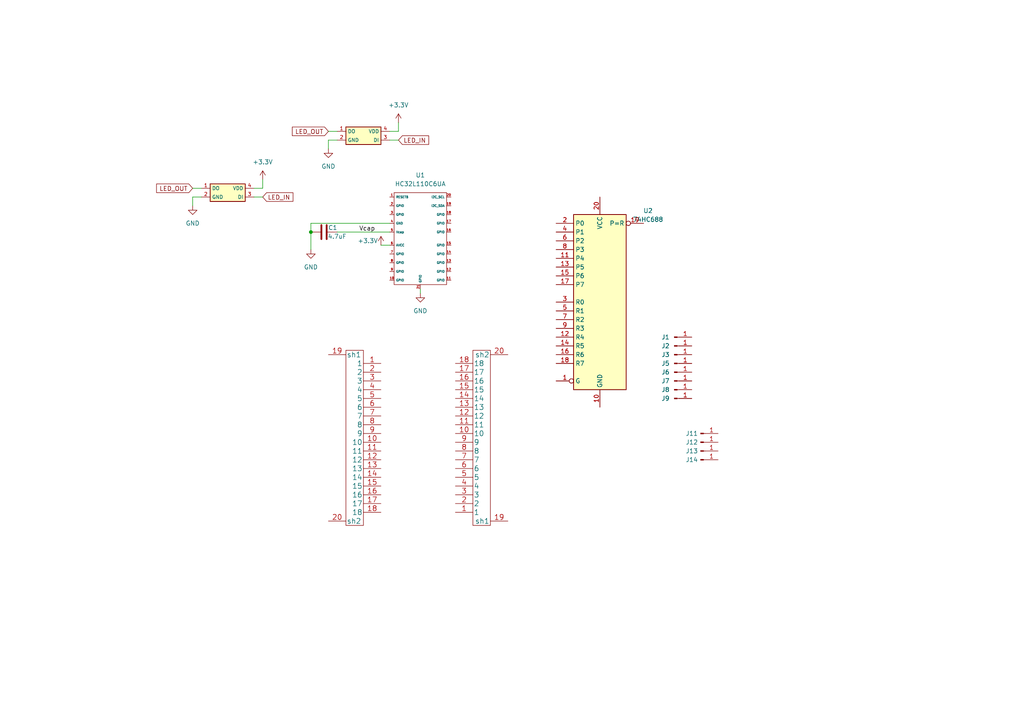
<source format=kicad_sch>
(kicad_sch (version 20230121) (generator eeschema)
  (paper "A4")
  (lib_symbols
    (symbol "74xx:74HC688"
      (property "Reference" "U" (at -7.62 26.67 0))
      (property "Value" "74HC688" (at -7.62 -26.67 0))
      (symbol "74HC688_1_0"
        (pin input inverted (at -12.7 -22.86 0) (length 5.08) (name "G") (number "1"))
        (pin power_in line (at 0 -30.48 90) (length 5.08) (name "GND") (number "10"))
        (pin input line (at -12.7 12.7 0) (length 5.08) (name "P4") (number "11"))
        (pin input line (at -12.7 -10.16 0) (length 5.08) (name "R4") (number "12"))
        (pin input line (at -12.7 10.16 0) (length 5.08) (name "P5") (number "13"))
        (pin input line (at -12.7 -12.7 0) (length 5.08) (name "R5") (number "14"))
        (pin input line (at -12.7 7.62 0) (length 5.08) (name "P6") (number "15"))
        (pin input line (at -12.7 -15.24 0) (length 5.08) (name "R6") (number "16"))
        (pin input line (at -12.7 5.08 0) (length 5.08) (name "P7") (number "17"))
        (pin input line (at -12.7 -17.78 0) (length 5.08) (name "R7") (number "18"))
        (pin output inverted (at 12.7 22.86 180) (length 5.08) (name "P=R") (number "19"))
        (pin input line (at -12.7 22.86 0) (length 5.08) (name "P0") (number "2"))
        (pin power_in line (at 0 30.48 270) (length 5.08) (name "VCC") (number "20"))
        (pin input line (at -12.7 0 0) (length 5.08) (name "R0") (number "3"))
        (pin input line (at -12.7 20.32 0) (length 5.08) (name "P1") (number "4"))
        (pin input line (at -12.7 -2.54 0) (length 5.08) (name "R1") (number "5"))
        (pin input line (at -12.7 17.78 0) (length 5.08) (name "P2") (number "6"))
        (pin input line (at -12.7 -5.08 0) (length 5.08) (name "R2") (number "7"))
        (pin input line (at -12.7 15.24 0) (length 5.08) (name "P3") (number "8"))
        (pin input line (at -12.7 -7.62 0) (length 5.08) (name "R3") (number "9"))
      )
      (symbol "74HC688_1_1"
        (rectangle (start -7.62 25.4) (end 7.62 -25.4) (stroke (width 0.254)) (fill (type background)))
      )
    )
    (symbol "Connector:Conn_01x01_Pin" (pin_names (offset 1.016) hide)
      (property "Reference" "J" (at 0 2.54 0))
      (property "Value" "Conn_01x01_Pin" (at 0 -2.54 0))
      (symbol "Conn_01x01_Pin_1_1"
        (polyline (pts (xy 1.27 0) (xy 0.8636 0)) (stroke (width 0.1524)))
        (rectangle (start 0.8636 0.127) (end 0 -0.127) (stroke (width 0.1524)) (fill (type outline)))
        (pin passive line (at 5.08 0 180) (length 3.81) (name "Pin_1") (number "1"))
      )
    )
    (symbol "Device:C" (pin_numbers hide) (pin_names (offset 0.254))
      (property "Reference" "C" (at 0.635 2.54 0))
      (property "Value" "C" (at 0.635 -2.54 0))
      (symbol "C_0_1"
        (polyline (pts (xy -2.032 -0.762) (xy 2.032 -0.762)) (stroke (width 0.508)))
        (polyline (pts (xy -2.032 0.762) (xy 2.032 0.762)) (stroke (width 0.508)))
      )
      (symbol "C_1_1"
        (pin passive line (at 0 3.81 270) (length 2.794) (name "~") (number "1"))
        (pin passive line (at 0 -3.81 90) (length 2.794) (name "~") (number "2"))
      )
    )
    (symbol "XF2J-1824-12A:XF2J-1824-12A" (pin_names (offset 0.254))
      (property "Reference" "J" (at 11.43 -24.13 0))
      (property "Value" "XF2J-1824-12A" (at 20.32 -26.67 0))
      (symbol "XF2J-1824-12A_0_1"
        (rectangle (start 5.08 3.81) (end 10.16 -46.99))
      )
      (symbol "XF2J-1824-12A_1_1"
        (pin unspecified line (at 0 0 0) (length 5.08) (name "1") (number "1"))
        (pin unspecified line (at 0 -22.86 0) (length 5.08) (name "10") (number "10"))
        (pin unspecified line (at 0 -25.4 0) (length 5.08) (name "11") (number "11"))
        (pin unspecified line (at 0 -27.94 0) (length 5.08) (name "12") (number "12"))
        (pin unspecified line (at 0 -30.48 0) (length 5.08) (name "13") (number "13"))
        (pin unspecified line (at 0 -33.02 0) (length 5.08) (name "14") (number "14"))
        (pin unspecified line (at 0 -35.56 0) (length 5.08) (name "15") (number "15"))
        (pin unspecified line (at 0 -38.1 0) (length 5.08) (name "16") (number "16"))
        (pin unspecified line (at 0 -40.64 0) (length 5.08) (name "17") (number "17"))
        (pin unspecified line (at 0 -43.18 0) (length 5.08) (name "18") (number "18"))
        (pin unspecified line (at 15.24 2.54 180) (length 5.08) (name "sh1") (number "19"))
        (pin unspecified line (at 0 -2.54 0) (length 5.08) (name "2") (number "2"))
        (pin unspecified line (at 15.24 -45.72 180) (length 5.08) (name "sh2") (number "20"))
        (pin unspecified line (at 0 -5.08 0) (length 5.08) (name "3") (number "3"))
        (pin unspecified line (at 0 -7.62 0) (length 5.08) (name "4") (number "4"))
        (pin unspecified line (at 0 -10.16 0) (length 5.08) (name "5") (number "5"))
        (pin unspecified line (at 0 -12.7 0) (length 5.08) (name "6") (number "6"))
        (pin unspecified line (at 0 -15.24 0) (length 5.08) (name "7") (number "7"))
        (pin unspecified line (at 0 -17.78 0) (length 5.08) (name "8") (number "8"))
        (pin unspecified line (at 0 -20.32 0) (length 5.08) (name "9") (number "9"))
      )
    )
    (symbol "XHSC:HC32L110C6UA"
      (property "Reference" "U" (at 0 3.81 0))
      (property "Value" "HC32L110C6UA" (at 0 1.27 0))
      (symbol "HC32L110C6UA_0_1"
        (rectangle (start 0 0) (end 15.24 -26.67))
      )
      (symbol "HC32L110C6UA_1_1"
        (pin input line (at -1.27 -1.27 0) (length 1.27) (name "P00") (number "1") (alternate "GPIO" input line) (alternate "RESETB" input line))
        (pin input line (at -1.27 -25.4 0) (length 1.27) (name "P23") (number "10") (alternate "GPIO" input line))
        (pin input line (at 16.51 -25.4 180) (length 1.27) (name "P24") (number "11") (alternate "GPIO" input line))
        (pin input line (at 16.51 -22.86 180) (length 1.27) (name "P25") (number "12") (alternate "GPIO" input line) (alternate "I2C_SDA" input line))
        (pin input line (at 16.51 -20.32 180) (length 1.27) (name "P26") (number "13") (alternate "GPIO" input line) (alternate "I2C_SCL" input line))
        (pin input line (at 16.51 -17.78 180) (length 1.27) (name "P27") (number "14") (alternate "GPIO" input line))
        (pin input line (at 16.51 -15.24 180) (length 1.27) (name "P31") (number "15") (alternate "GPIO" input line))
        (pin input line (at 16.51 -11.43 180) (length 1.27) (name "P32") (number "16") (alternate "GPIO" input line))
        (pin input line (at 16.51 -8.89 180) (length 1.27) (name "P33") (number "17") (alternate "GPIO" input line))
        (pin input line (at 16.51 -6.35 180) (length 1.27) (name "P34") (number "18") (alternate "GPIO" input line))
        (pin input line (at 16.51 -3.81 180) (length 1.27) (name "P35") (number "19") (alternate "GPIO" input line) (alternate "I2C_SDA" input line))
        (pin input line (at -1.27 -3.81 0) (length 1.27) (name "P01") (number "2") (alternate "GPIO" input line) (alternate "I2C_SDA" input line))
        (pin input line (at 16.51 -1.27 180) (length 1.27) (name "P36") (number "20") (alternate "GPIO" input line) (alternate "I2C_SCL" input line))
        (pin input line (at 7.62 -27.94 90) (length 1.27) (name "EPAD") (number "21") (alternate "GPIO" input line) (alternate "RESETB" input line))
        (pin input line (at -1.27 -6.35 0) (length 1.27) (name "P02") (number "3") (alternate "GPIO" input line) (alternate "I2C_SCL" input line))
        (pin power_in line (at -1.27 -8.89 0) (length 1.27) (name "AVSS") (number "4") (alternate "GND" power_in line))
        (pin input line (at -1.27 -11.43 0) (length 1.27) (name "Vcap") (number "5"))
        (pin power_in line (at -1.27 -15.24 0) (length 1.27) (name "AVCC") (number "6"))
        (pin input line (at -1.27 -17.78 0) (length 1.27) (name "P03") (number "7") (alternate "GPIO" input line))
        (pin input line (at -1.27 -20.32 0) (length 1.27) (name "P15") (number "8") (alternate "GPIO" input line) (alternate "I2C_SDA" input line))
        (pin input line (at -1.27 -22.86 0) (length 1.27) (name "P14") (number "9") (alternate "GPIO" input line) (alternate "I2C_SCL" input line))
      )
    )
    (symbol "custom:WS2812-2020"
      (property "Reference" "U" (at 2.54 2.54 0))
      (property "Value" "WS2812-2020" (at 7.62 -5.08 0))
      (symbol "WS2812-2020_0_0"
        (rectangle (start 2.54 1.27) (end 12.7 -3.81) (stroke (width 0.254)) (fill (type background)))
      )
      (symbol "WS2812-2020_1_1"
        (pin input line (at 0 0 0) (length 2.54) (name "DO") (number "1"))
        (pin power_in line (at 0 -2.54 0) (length 2.54) (name "GND") (number "2"))
        (pin output line (at 15.24 -2.54 180) (length 2.54) (name "DI") (number "3"))
        (pin power_in line (at 15.24 0 180) (length 2.54) (name "VDD") (number "4"))
      )
    )
    (symbol "power:+3.3V" (power) (pin_names (offset 0))
      (property "Value" "+3.3V" (at 0 3.556 0))
      (symbol "+3.3V_0_1"
        (polyline (pts (xy -0.762 1.27) (xy 0 2.54)))
        (polyline (pts (xy 0 0) (xy 0 2.54)))
        (polyline (pts (xy 0 2.54) (xy 0.762 1.27)))
      )
      (symbol "+3.3V_1_1"
        (pin power_in line (at 0 0 90) (length 0) hide (name "+3.3V") (number "1"))
      )
    )
    (symbol "power:GND" (power) (pin_names (offset 0))
      (property "Value" "GND" (at 0 -3.81 0))
      (symbol "GND_0_1"
        (polyline (pts (xy 0 0) (xy 0 -1.27) (xy 1.27 -1.27) (xy 0 -2.54) (xy -1.27 -1.27) (xy 0 -1.27)))
      )
      (symbol "GND_1_1"
        (pin power_in line (at 0 0 270) (length 0) hide (name "GND") (number "1"))
      )
    )
  )
  (junction (at 90.17 67.31))
  (wire (pts (xy 121.92 85.09) (xy 121.92 83.82)))
  (wire (pts (xy 113.03 38.1) (xy 115.57 38.1)))
  (wire (pts (xy 115.57 40.64) (xy 113.03 40.64)))
  (wire (pts (xy 95.25 38.1) (xy 97.79 38.1)))
  (wire (pts (xy 76.2 54.61) (xy 76.2 52.07)))
  (wire (pts (xy 97.79 67.31) (xy 113.03 67.31)))
  (wire (pts (xy 76.2 57.15) (xy 73.66 57.15)))
  (wire (pts (xy 110.49 71.12) (xy 113.03 71.12)))
  (wire (pts (xy 95.25 40.64) (xy 95.25 43.18)))
  (wire (pts (xy 73.66 54.61) (xy 76.2 54.61)))
  (wire (pts (xy 58.42 57.15) (xy 55.88 57.15)))
  (wire (pts (xy 113.03 64.77) (xy 90.17 64.77)))
  (wire (pts (xy 90.17 64.77) (xy 90.17 67.31)))
  (wire (pts (xy 55.88 57.15) (xy 55.88 59.69)))
  (wire (pts (xy 115.57 38.1) (xy 115.57 35.56)))
  (wire (pts (xy 55.88 54.61) (xy 58.42 54.61)))
  (wire (pts (xy 97.79 40.64) (xy 95.25 40.64)))
  (wire (pts (xy 90.17 67.31) (xy 90.17 72.39)))
  (label "Vcap" (at 104.14 67.31 0))
  (global_label "LED_OUT" (shape input) (at 55.88 54.61 180) (property "Intersheetrefs" "${INTERSHEET_REFS}" (effects hide)))
  (global_label "LED_IN" (shape input) (at 115.57 40.64 0) (property "Intersheetrefs" "${INTERSHEET_REFS}" (effects hide)))
  (global_label "LED_IN" (shape input) (at 76.2 57.15 0) (property "Intersheetrefs" "${INTERSHEET_REFS}" (effects hide)))
  (global_label "LED_OUT" (shape input) (at 95.25 38.1 180) (property "Intersheetrefs" "${INTERSHEET_REFS}" (effects hide)))
  (symbol (lib_id "Connector:Conn_01x01_Pin") (at 203.2 130.81 0) (unit 1)
    (property "Reference" "J13" (at 200.66 130.81 0))
    (property "Value" "Conn_01x01_Pin" (effects hide))
    (property "Footprint" "Connector_PinHeader_1.27mm:PinHeader_1x01_P1.27mm_Vertical" (effects hide))
  )
  (symbol (lib_id "Connector:Conn_01x01_Pin") (at 195.58 102.87 0) (unit 1)
    (property "Reference" "J3" (at 193.04 102.87 0))
    (property "Value" "Conn_01x01_Pin" (effects hide))
    (property "Footprint" "Connector_PinHeader_1.27mm:PinHeader_1x01_P1.27mm_Vertical" (effects hide))
  )
  (symbol (lib_id "power:GND") (at 95.25 43.18 0) (unit 1)
    (property "Reference" "#PWR02" (effects hide))
    (property "Value" "GND" (at 95.25 48.26 0))
  )
  (symbol (lib_id "Connector:Conn_01x01_Pin") (at 195.58 110.49 0) (unit 1)
    (property "Reference" "J7" (at 193.04 110.49 0))
    (property "Value" "Conn_01x01_Pin" (effects hide))
    (property "Footprint" "Connector_PinHeader_1.27mm:PinHeader_1x01_P1.27mm_Vertical" (effects hide))
  )
  (symbol (lib_id "74xx:74HC688") (at 173.99 87.63 0) (unit 1)
    (property "Reference" "U2" (at 187.96 61.1221 0))
    (property "Value" "74HC688" (at 187.96 63.6621 0))
    (property "Footprint" "digikey-footprints:TSSOP-20_W4.4mm" (effects hide))
    (property "Datasheet" "https://www.ti.com/lit/ds/symlink/cd54hc688.pdf" (effects hide))
  )
  (symbol (lib_id "Connector:Conn_01x01_Pin") (at 195.58 97.79 0) (unit 1)
    (property "Reference" "J1" (at 193.04 97.79 0))
    (property "Value" "Conn_01x01_Pin" (effects hide))
    (property "Footprint" "Connector_PinHeader_1.27mm:PinHeader_1x01_P1.27mm_Vertical" (effects hide))
  )
  (symbol (lib_id "XHSC:HC32L110C6UA") (at 114.3 55.88 0) (unit 1)
    (property "Reference" "U1" (at 121.92 50.8 0))
    (property "Value" "HC32L110C6UA" (at 121.92 53.34 0))
    (property "Footprint" "00_custom-footprints:QFN-20-1EP_3x3mm_P0.4mm_EP1.4x1.4mm" (effects hide))
    (property "Datasheet" "https://datasheet.lcsc.com/lcsc/2206131716_XHSC-HC32L110B6YA-CSP16TR_C840729.pdf" (effects hide))
    (pin "1" (alternate "RESETB"))
    (pin "10" (alternate "GPIO"))
    (pin "11" (alternate "GPIO"))
    (pin "12" (alternate "GPIO"))
    (pin "13" (alternate "GPIO"))
    (pin "14" (alternate "GPIO"))
    (pin "15" (alternate "GPIO"))
    (pin "16" (alternate "GPIO"))
    (pin "17" (alternate "GPIO"))
    (pin "18" (alternate "GPIO"))
    (pin "19" (alternate "I2C_SDA"))
    (pin "2" (alternate "GPIO"))
    (pin "20" (alternate "I2C_SCL"))
    (pin "21" (alternate "GPIO"))
    (pin "3" (alternate "GPIO"))
    (pin "4" (alternate "GND"))
    (pin "7" (alternate "GPIO"))
    (pin "8" (alternate "GPIO"))
    (pin "9" (alternate "GPIO"))
  )
  (symbol (lib_id "power:GND") (at 55.88 59.69 0) (unit 1)
    (property "Reference" "#PWR07" (effects hide))
    (property "Value" "GND" (at 55.88 64.77 0))
  )
  (symbol (lib_id "power:+3.3V") (at 76.2 52.07 0) (unit 1)
    (property "Reference" "#PWR06" (effects hide))
    (property "Value" "+3.3V" (at 76.2 46.99 0))
  )
  (symbol (lib_id "Connector:Conn_01x01_Pin") (at 203.2 125.73 0) (unit 1)
    (property "Reference" "J11" (at 200.66 125.73 0))
    (property "Value" "Conn_01x01_Pin" (effects hide))
    (property "Footprint" "Connector_PinHeader_1.27mm:PinHeader_1x01_P1.27mm_Vertical" (effects hide))
  )
  (symbol (lib_id "Connector:Conn_01x01_Pin") (at 195.58 100.33 0) (unit 1)
    (property "Reference" "J2" (at 193.04 100.33 0))
    (property "Value" "Conn_01x01_Pin" (effects hide))
    (property "Footprint" "Connector_PinHeader_1.27mm:PinHeader_1x01_P1.27mm_Vertical" (effects hide))
  )
  (symbol (lib_id "Device:C") (at 93.98 67.31 90) (unit 1)
    (property "Reference" "C1" (at 96.52 66.04 90))
    (property "Value" "4.7uF" (at 97.79 68.58 90))
    (property "Footprint" "Capacitor_SMD:C_0402_1005Metric" (effects hide))
  )
  (symbol (lib_id "power:GND") (at 121.92 85.09 0) (unit 1)
    (property "Reference" "#PWR05" (effects hide))
    (property "Value" "GND" (at 121.92 90.17 0))
  )
  (symbol (lib_id "Connector:Conn_01x01_Pin") (at 195.58 107.95 0) (unit 1)
    (property "Reference" "J6" (at 193.04 107.95 0))
    (property "Value" "Conn_01x01_Pin" (effects hide))
    (property "Footprint" "Connector_PinHeader_1.27mm:PinHeader_1x01_P1.27mm_Vertical" (effects hide))
  )
  (symbol (lib_id "Connector:Conn_01x01_Pin") (at 203.2 128.27 0) (unit 1)
    (property "Reference" "J12" (at 200.66 128.27 0))
    (property "Value" "Conn_01x01_Pin" (effects hide))
    (property "Footprint" "Connector_PinHeader_1.27mm:PinHeader_1x01_P1.27mm_Vertical" (effects hide))
  )
  (symbol (lib_id "Connector:Conn_01x01_Pin") (at 203.2 133.35 0) (unit 1)
    (property "Reference" "J14" (at 200.66 133.35 0))
    (property "Value" "Conn_01x01_Pin" (effects hide))
    (property "Footprint" "Connector_PinHeader_1.27mm:PinHeader_1x01_P1.27mm_Vertical" (effects hide))
  )
  (symbol (lib_id "Connector:Conn_01x01_Pin") (at 195.58 115.57 0) (unit 1)
    (property "Reference" "J9" (at 193.04 115.57 0))
    (property "Value" "Conn_01x01_Pin" (effects hide))
    (property "Footprint" "Connector_PinHeader_1.27mm:PinHeader_1x01_P1.27mm_Vertical" (effects hide))
  )
  (symbol (lib_id "Connector:Conn_01x01_Pin") (at 195.58 113.03 0) (unit 1)
    (property "Reference" "J8" (at 193.04 113.03 0))
    (property "Value" "Conn_01x01_Pin" (effects hide))
    (property "Footprint" "Connector_PinHeader_1.27mm:PinHeader_1x01_P1.27mm_Vertical" (effects hide))
  )
  (symbol (lib_id "custom:WS2812-2020") (at 58.42 54.61 0) (unit 1)
    (property "Reference" "LED2" (effects hide))
    (property "Value" "WS2812-2020" (effects hide))
    (property "Footprint" "00_custom-footprints:WS2812-2020" (effects hide))
  )
  (symbol (lib_id "Connector:Conn_01x01_Pin") (at 195.58 105.41 0) (unit 1)
    (property "Reference" "J5" (at 193.04 105.41 0))
    (property "Value" "Conn_01x01_Pin" (effects hide))
    (property "Footprint" "Connector_PinHeader_1.27mm:PinHeader_1x01_P1.27mm_Vertical" (effects hide))
  )
  (symbol (lib_id "power:+3.3V") (at 110.49 71.12 0) (unit 1)
    (property "Reference" "#PWR03" (effects hide))
    (property "Value" "+3.3V" (at 106.68 69.85 0))
  )
  (symbol (lib_id "XF2J-1824-12A:XF2J-1824-12A") (at 132.08 148.59 0) (mirror x) (unit 1)
    (property "Reference" "J10" (effects hide))
    (property "Value" "XF2J-1824-12A" (effects hide))
    (property "Footprint" "Connector_FFC-FPC:XUNPU_FPC_05F_18P_H20" (effects hide))
    (property "Field4" "IN" (effects hide))
  )
  (symbol (lib_id "power:+3.3V") (at 115.57 35.56 0) (unit 1)
    (property "Reference" "#PWR01" (effects hide))
    (property "Value" "+3.3V" (at 115.57 30.48 0))
  )
  (symbol (lib_id "custom:WS2812-2020") (at 97.79 38.1 0) (unit 1)
    (property "Reference" "LED1" (effects hide))
    (property "Value" "WS2812-2020" (effects hide))
    (property "Footprint" "00_custom-footprints:WS2812-2020" (effects hide))
  )
  (symbol (lib_id "XF2J-1824-12A:XF2J-1824-12A") (at 110.49 105.41 0) (mirror y) (unit 1)
    (property "Reference" "J4" (effects hide))
    (property "Value" "XF2J-1824-12A" (effects hide))
    (property "Footprint" "Connector_FFC-FPC:XUNPU_FPC_05F_18P_H20" (effects hide))
    (property "Field4" "IN" (effects hide))
  )
  (symbol (lib_id "power:GND") (at 90.17 72.39 0) (unit 1)
    (property "Reference" "#PWR04" (effects hide))
    (property "Value" "GND" (at 90.17 77.47 0))
  )
)
</source>
